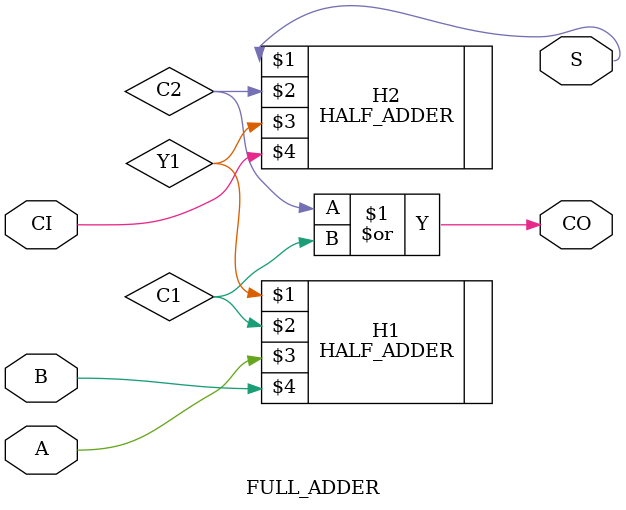
<source format=v>
`include "prj_definition.v"

module FULL_ADDER(S,CO,A,B, CI);
output S,CO;
input A,B, CI;
wire Y1, C1, C2;

HALF_ADDER H1(Y1,C1,A,B);
HALF_ADDER H2(S,C2,Y1,CI);
or(CO,C2,C1);

endmodule

</source>
